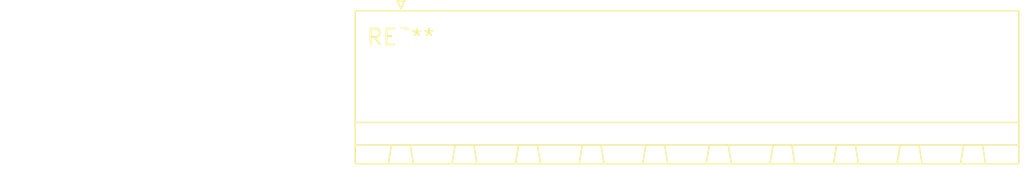
<source format=kicad_pcb>
(kicad_pcb (version 20240108) (generator pcbnew)
  (layers (0 "F.Cu" signal) (31 "B.Cu" signal) (34 "B.Paste" user) (35 "F.Paste" user) (36 "B.SilkS" user "B.Silkscreen") (37 "F.SilkS" user "F.Silkscreen") (38 "B.Mask" user) (39 "F.Mask" user) (44 "Edge.Cuts" user))
  (net 0 "")
  (footprint "PhoenixContact_MSTBA_2,5_10-G-5,08_1x10_P5.08mm_Horizontal" (layer "F.Cu") (at 0 0)
    (property "Reference" "REF**")
    (property "Value" "PhoenixContact_MSTBA_2,5_10-G-5,08_1x10_P5.08mm_Horizontal")
    (fp_line (start -3.65 -2.11) (end -3.65 10.11) (layer "F.SilkS") (stroke (width 0.12)))
    (fp_line (start -3.65 6.81) (end 49.37 6.81) (layer "F.SilkS") (stroke (width 0.12)))
    (fp_line (start -3.65 8.61) (end -3.65 6.81) (layer "F.SilkS") (stroke (width 0.12)))
    (fp_line (start -3.65 10.11) (end 49.37 10.11) (layer "F.SilkS") (stroke (width 0.12)))
    (fp_line (start -1 10.11) (end 1 10.11) (layer "F.SilkS") (stroke (width 0.12)))
    (fp_line (start -0.75 8.61) (end -1 10.11) (layer "F.SilkS") (stroke (width 0.12)))
    (fp_line (start -0.3 -2.91) (end 0.3 -2.91) (layer "F.SilkS") (stroke (width 0.12)))
    (fp_line (start 0 -2.31) (end -0.3 -2.91) (layer "F.SilkS") (stroke (width 0.12)))
    (fp_line (start 0.3 -2.91) (end 0 -2.31) (layer "F.SilkS") (stroke (width 0.12)))
    (fp_line (start 0.75 8.61) (end -0.75 8.61) (layer "F.SilkS") (stroke (width 0.12)))
    (fp_line (start 1 10.11) (end 0.75 8.61) (layer "F.SilkS") (stroke (width 0.12)))
    (fp_line (start 4.08 10.11) (end 6.08 10.11) (layer "F.SilkS") (stroke (width 0.12)))
    (fp_line (start 4.33 8.61) (end 4.08 10.11) (layer "F.SilkS") (stroke (width 0.12)))
    (fp_line (start 5.83 8.61) (end 4.33 8.61) (layer "F.SilkS") (stroke (width 0.12)))
    (fp_line (start 6.08 10.11) (end 5.83 8.61) (layer "F.SilkS") (stroke (width 0.12)))
    (fp_line (start 9.16 10.11) (end 11.16 10.11) (layer "F.SilkS") (stroke (width 0.12)))
    (fp_line (start 9.41 8.61) (end 9.16 10.11) (layer "F.SilkS") (stroke (width 0.12)))
    (fp_line (start 10.91 8.61) (end 9.41 8.61) (layer "F.SilkS") (stroke (width 0.12)))
    (fp_line (start 11.16 10.11) (end 10.91 8.61) (layer "F.SilkS") (stroke (width 0.12)))
    (fp_line (start 14.24 10.11) (end 16.24 10.11) (layer "F.SilkS") (stroke (width 0.12)))
    (fp_line (start 14.49 8.61) (end 14.24 10.11) (layer "F.SilkS") (stroke (width 0.12)))
    (fp_line (start 15.99 8.61) (end 14.49 8.61) (layer "F.SilkS") (stroke (width 0.12)))
    (fp_line (start 16.24 10.11) (end 15.99 8.61) (layer "F.SilkS") (stroke (width 0.12)))
    (fp_line (start 19.32 10.11) (end 21.32 10.11) (layer "F.SilkS") (stroke (width 0.12)))
    (fp_line (start 19.57 8.61) (end 19.32 10.11) (layer "F.SilkS") (stroke (width 0.12)))
    (fp_line (start 21.07 8.61) (end 19.57 8.61) (layer "F.SilkS") (stroke (width 0.12)))
    (fp_line (start 21.32 10.11) (end 21.07 8.61) (layer "F.SilkS") (stroke (width 0.12)))
    (fp_line (start 24.4 10.11) (end 26.4 10.11) (layer "F.SilkS") (stroke (width 0.12)))
    (fp_line (start 24.65 8.61) (end 24.4 10.11) (layer "F.SilkS") (stroke (width 0.12)))
    (fp_line (start 26.15 8.61) (end 24.65 8.61) (layer "F.SilkS") (stroke (width 0.12)))
    (fp_line (start 26.4 10.11) (end 26.15 8.61) (layer "F.SilkS") (stroke (width 0.12)))
    (fp_line (start 29.48 10.11) (end 31.48 10.11) (layer "F.SilkS") (stroke (width 0.12)))
    (fp_line (start 29.73 8.61) (end 29.48 10.11) (layer "F.SilkS") (stroke (width 0.12)))
    (fp_line (start 31.23 8.61) (end 29.73 8.61) (layer "F.SilkS") (stroke (width 0.12)))
    (fp_line (start 31.48 10.11) (end 31.23 8.61) (layer "F.SilkS") (stroke (width 0.12)))
    (fp_line (start 34.56 10.11) (end 36.56 10.11) (layer "F.SilkS") (stroke (width 0.12)))
    (fp_line (start 34.81 8.61) (end 34.56 10.11) (layer "F.SilkS") (stroke (width 0.12)))
    (fp_line (start 36.31 8.61) (end 34.81 8.61) (layer "F.SilkS") (stroke (width 0.12)))
    (fp_line (start 36.56 10.11) (end 36.31 8.61) (layer "F.SilkS") (stroke (width 0.12)))
    (fp_line (start 39.64 10.11) (end 41.64 10.11) (layer "F.SilkS") (stroke (width 0.12)))
    (fp_line (start 39.89 8.61) (end 39.64 10.11) (layer "F.SilkS") (stroke (width 0.12)))
    (fp_line (start 41.39 8.61) (end 39.89 8.61) (layer "F.SilkS") (stroke (width 0.12)))
    (fp_line (start 41.64 10.11) (end 41.39 8.61) (layer "F.SilkS") (stroke (width 0.12)))
    (fp_line (start 44.72 10.11) (end 46.72 10.11) (layer "F.SilkS") (stroke (width 0.12)))
    (fp_line (start 44.97 8.61) (end 44.72 10.11) (layer "F.SilkS") (stroke (width 0.12)))
    (fp_line (start 46.47 8.61) (end 44.97 8.61) (layer "F.SilkS") (stroke (width 0.12)))
    (fp_line (start 46.72 10.11) (end 46.47 8.61) (layer "F.SilkS") (stroke (width 0.12)))
    (fp_line (start 49.37 -2.11) (end -3.65 -2.11) (layer "F.SilkS") (stroke (width 0.12)))
    (fp_line (start 49.37 6.81) (end 49.37 8.61) (layer "F.SilkS") (stroke (width 0.12)))
    (fp_line (start 49.37 8.61) (end -3.65 8.61) (layer "F.SilkS") (stroke (width 0.12)))
    (fp_line (start 49.37 10.11) (end 49.37 -2.11) (layer "F.SilkS") (stroke (width 0.12)))
    (pad "1" thru_hole roundrect (at 0 0) (size 2.08 3.6) (drill 1.4) (layers *.Cu *.Mask) (remove_unused_layers) (roundrect_rratio 0.120192))
    (pad "2" thru_hole oval (at 5.08 0) (size 2.08 3.6) (drill 1.4) (layers *.Cu *.Mask) (remove_unused_layers))
    (pad "3" thru_hole oval (at 10.16 0) (size 2.08 3.6) (drill 1.4) (layers *.Cu *.Mask) (remove_unused_layers))
    (pad "4" thru_hole oval (at 15.24 0) (size 2.08 3.6) (drill 1.4) (layers *.Cu *.Mask) (remove_unused_layers))
    (pad "5" thru_hole oval (at 20.32 0) (size 2.08 3.6) (drill 1.4) (layers *.Cu *.Mask) (remove_unused_layers))
    (pad "6" thru_hole oval (at 25.4 0) (size 2.08 3.6) (drill 1.4) (layers *.Cu *.Mask) (remove_unused_layers))
    (pad "7" thru_hole oval (at 30.48 0) (size 2.08 3.6) (drill 1.4) (layers *.Cu *.Mask) (remove_unused_layers))
    (pad "8" thru_hole oval (at 35.56 0) (size 2.08 3.6) (drill 1.4) (layers *.Cu *.Mask) (remove_unused_layers))
    (pad "9" thru_hole oval (at 40.64 0) (size 2.08 3.6) (drill 1.4) (layers *.Cu *.Mask) (remove_unused_layers))
    (pad "10" thru_hole oval (at 45.72 0) (size 2.08 3.6) (drill 1.4) (layers *.Cu *.Mask) (remove_unused_layers))
  )
)
</source>
